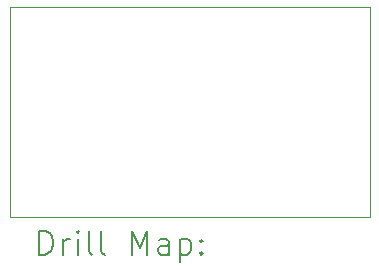
<source format=gbr>
%FSLAX45Y45*%
G04 Gerber Fmt 4.5, Leading zero omitted, Abs format (unit mm)*
G04 Created by KiCad (PCBNEW 6.0.4) date 2022-04-03 03:05:16*
%MOMM*%
%LPD*%
G01*
G04 APERTURE LIST*
%TA.AperFunction,Profile*%
%ADD10C,0.100000*%
%TD*%
%ADD11C,0.200000*%
G04 APERTURE END LIST*
D10*
X9144000Y-6604000D02*
X6096000Y-6604000D01*
X9144000Y-4826000D02*
X9144000Y-6604000D01*
X6096000Y-4826000D02*
X9144000Y-4826000D01*
X6096000Y-6604000D02*
X6096000Y-4826000D01*
D11*
X6348619Y-6919476D02*
X6348619Y-6719476D01*
X6396238Y-6719476D01*
X6424809Y-6729000D01*
X6443857Y-6748048D01*
X6453381Y-6767095D01*
X6462905Y-6805190D01*
X6462905Y-6833762D01*
X6453381Y-6871857D01*
X6443857Y-6890905D01*
X6424809Y-6909952D01*
X6396238Y-6919476D01*
X6348619Y-6919476D01*
X6548619Y-6919476D02*
X6548619Y-6786143D01*
X6548619Y-6824238D02*
X6558143Y-6805190D01*
X6567667Y-6795667D01*
X6586714Y-6786143D01*
X6605762Y-6786143D01*
X6672428Y-6919476D02*
X6672428Y-6786143D01*
X6672428Y-6719476D02*
X6662905Y-6729000D01*
X6672428Y-6738524D01*
X6681952Y-6729000D01*
X6672428Y-6719476D01*
X6672428Y-6738524D01*
X6796238Y-6919476D02*
X6777190Y-6909952D01*
X6767667Y-6890905D01*
X6767667Y-6719476D01*
X6901000Y-6919476D02*
X6881952Y-6909952D01*
X6872428Y-6890905D01*
X6872428Y-6719476D01*
X7129571Y-6919476D02*
X7129571Y-6719476D01*
X7196238Y-6862333D01*
X7262905Y-6719476D01*
X7262905Y-6919476D01*
X7443857Y-6919476D02*
X7443857Y-6814714D01*
X7434333Y-6795667D01*
X7415286Y-6786143D01*
X7377190Y-6786143D01*
X7358143Y-6795667D01*
X7443857Y-6909952D02*
X7424809Y-6919476D01*
X7377190Y-6919476D01*
X7358143Y-6909952D01*
X7348619Y-6890905D01*
X7348619Y-6871857D01*
X7358143Y-6852809D01*
X7377190Y-6843286D01*
X7424809Y-6843286D01*
X7443857Y-6833762D01*
X7539095Y-6786143D02*
X7539095Y-6986143D01*
X7539095Y-6795667D02*
X7558143Y-6786143D01*
X7596238Y-6786143D01*
X7615286Y-6795667D01*
X7624809Y-6805190D01*
X7634333Y-6824238D01*
X7634333Y-6881381D01*
X7624809Y-6900428D01*
X7615286Y-6909952D01*
X7596238Y-6919476D01*
X7558143Y-6919476D01*
X7539095Y-6909952D01*
X7720048Y-6900428D02*
X7729571Y-6909952D01*
X7720048Y-6919476D01*
X7710524Y-6909952D01*
X7720048Y-6900428D01*
X7720048Y-6919476D01*
X7720048Y-6795667D02*
X7729571Y-6805190D01*
X7720048Y-6814714D01*
X7710524Y-6805190D01*
X7720048Y-6795667D01*
X7720048Y-6814714D01*
M02*

</source>
